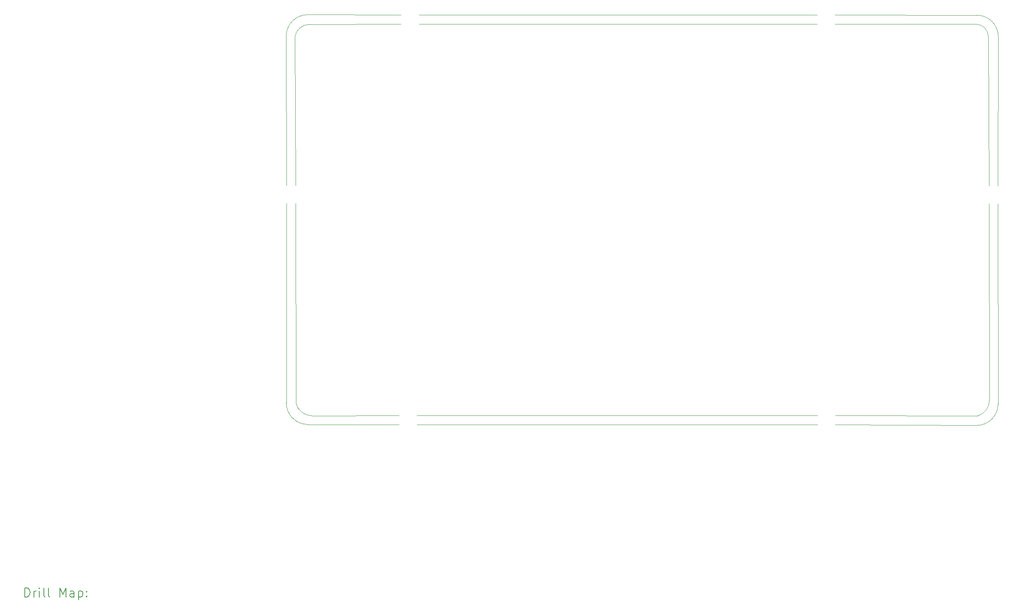
<source format=gbr>
%FSLAX45Y45*%
G04 Gerber Fmt 4.5, Leading zero omitted, Abs format (unit mm)*
G04 Created by KiCad (PCBNEW (6.0.0)) date 2022-08-19 12:32:02*
%MOMM*%
%LPD*%
G01*
G04 APERTURE LIST*
%TA.AperFunction,Profile*%
%ADD10C,0.100000*%
%TD*%
%ADD11C,0.200000*%
G04 APERTURE END LIST*
D10*
X10080000Y-12570000D02*
X8153400Y-12573000D01*
X22900274Y-12787273D02*
G75*
G03*
X23382560Y-12309908I4896J477365D01*
G01*
X19760000Y-3880000D02*
X22885400Y-3880390D01*
X23180000Y-7870000D02*
X23190200Y-12217400D01*
X23388165Y-4165286D02*
G75*
G03*
X22910800Y-3683000I-477365J4896D01*
G01*
X10530000Y-3680000D02*
X19360000Y-3680000D01*
X19360000Y-3880000D02*
X10530000Y-3880000D01*
X19370000Y-12570000D02*
X10480000Y-12570000D01*
X23164800Y-4191000D02*
X23165400Y-4160390D01*
X23180000Y-7470000D02*
X23164800Y-4191000D01*
X19770000Y-12570000D02*
X22936200Y-12573000D01*
X8097390Y-3886200D02*
G75*
G03*
X7772400Y-4166200I0J-328604D01*
G01*
X7790000Y-7860000D02*
X7797800Y-12293600D01*
X10130000Y-3880000D02*
X8097390Y-3886200D01*
X19760000Y-3680000D02*
X22910800Y-3683000D01*
X19770000Y-12770000D02*
X22900274Y-12787273D01*
X10480000Y-12770000D02*
X19370000Y-12770000D01*
X7590000Y-7860000D02*
X7583527Y-12283074D01*
X10130000Y-3680000D02*
X8062326Y-3671927D01*
X7583527Y-12283074D02*
G75*
G03*
X8060892Y-12765360I477365J-4896D01*
G01*
X10080000Y-12770000D02*
X8060892Y-12765360D01*
X7797800Y-12293600D02*
G75*
G03*
X8153400Y-12573000I355600J86591D01*
G01*
X22936200Y-12573000D02*
G75*
G03*
X23190200Y-12217400I-102261J341558D01*
G01*
X23380000Y-7870000D02*
X23382560Y-12309908D01*
X7790000Y-7460000D02*
X7772400Y-4166200D01*
X23165400Y-4160390D02*
G75*
G03*
X22885400Y-3880390I-280000J0D01*
G01*
X23380000Y-7470000D02*
X23388165Y-4165286D01*
X7590000Y-7460000D02*
X7580040Y-4149292D01*
X8062326Y-3671927D02*
G75*
G03*
X7580040Y-4149292I-4896J-477365D01*
G01*
D11*
X1778619Y-16592476D02*
X1778619Y-16392476D01*
X1826238Y-16392476D01*
X1854809Y-16402000D01*
X1873857Y-16421048D01*
X1883381Y-16440095D01*
X1892905Y-16478190D01*
X1892905Y-16506762D01*
X1883381Y-16544857D01*
X1873857Y-16563905D01*
X1854809Y-16582952D01*
X1826238Y-16592476D01*
X1778619Y-16592476D01*
X1978619Y-16592476D02*
X1978619Y-16459143D01*
X1978619Y-16497238D02*
X1988143Y-16478190D01*
X1997667Y-16468667D01*
X2016714Y-16459143D01*
X2035762Y-16459143D01*
X2102429Y-16592476D02*
X2102429Y-16459143D01*
X2102429Y-16392476D02*
X2092905Y-16402000D01*
X2102429Y-16411524D01*
X2111952Y-16402000D01*
X2102429Y-16392476D01*
X2102429Y-16411524D01*
X2226238Y-16592476D02*
X2207190Y-16582952D01*
X2197667Y-16563905D01*
X2197667Y-16392476D01*
X2331000Y-16592476D02*
X2311952Y-16582952D01*
X2302429Y-16563905D01*
X2302429Y-16392476D01*
X2559571Y-16592476D02*
X2559571Y-16392476D01*
X2626238Y-16535333D01*
X2692905Y-16392476D01*
X2692905Y-16592476D01*
X2873857Y-16592476D02*
X2873857Y-16487714D01*
X2864333Y-16468667D01*
X2845286Y-16459143D01*
X2807190Y-16459143D01*
X2788143Y-16468667D01*
X2873857Y-16582952D02*
X2854809Y-16592476D01*
X2807190Y-16592476D01*
X2788143Y-16582952D01*
X2778619Y-16563905D01*
X2778619Y-16544857D01*
X2788143Y-16525809D01*
X2807190Y-16516286D01*
X2854809Y-16516286D01*
X2873857Y-16506762D01*
X2969095Y-16459143D02*
X2969095Y-16659143D01*
X2969095Y-16468667D02*
X2988143Y-16459143D01*
X3026238Y-16459143D01*
X3045286Y-16468667D01*
X3054809Y-16478190D01*
X3064333Y-16497238D01*
X3064333Y-16554381D01*
X3054809Y-16573428D01*
X3045286Y-16582952D01*
X3026238Y-16592476D01*
X2988143Y-16592476D01*
X2969095Y-16582952D01*
X3150048Y-16573428D02*
X3159571Y-16582952D01*
X3150048Y-16592476D01*
X3140524Y-16582952D01*
X3150048Y-16573428D01*
X3150048Y-16592476D01*
X3150048Y-16468667D02*
X3159571Y-16478190D01*
X3150048Y-16487714D01*
X3140524Y-16478190D01*
X3150048Y-16468667D01*
X3150048Y-16487714D01*
M02*

</source>
